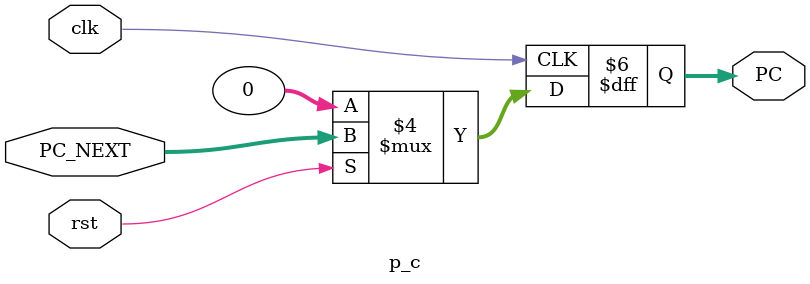
<source format=v>
module p_c(PC_NEXT,PC,rst,clk);

    input [31:0] PC_NEXT;
    input rst,clk;


    output reg [31:0] PC;

    always@(posedge clk)
    begin

    if (rst==0) //active low reset 
        PC<=32'h00000000;
     

    else
        PC<=PC_NEXT;
    end

    



 

endmodule
</source>
